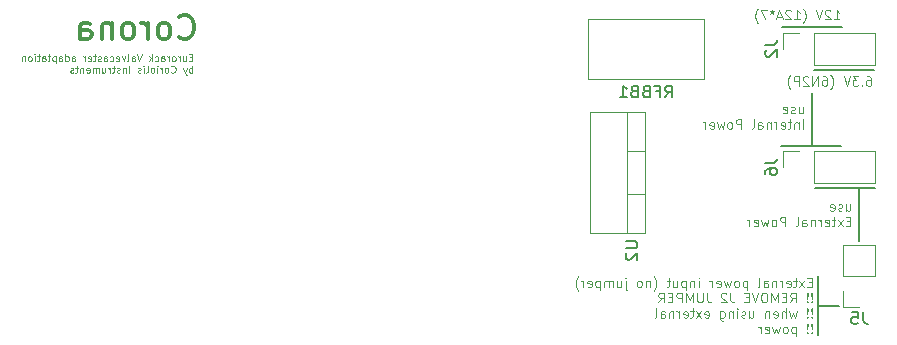
<source format=gbo>
G04 #@! TF.GenerationSoftware,KiCad,Pcbnew,(5.0.0)*
G04 #@! TF.CreationDate,2018-12-09T11:47:50+01:00*
G04 #@! TF.ProjectId,Corona_tubeBoard,436F726F6E615F74756265426F617264,1*
G04 #@! TF.SameCoordinates,Original*
G04 #@! TF.FileFunction,Legend,Bot*
G04 #@! TF.FilePolarity,Positive*
%FSLAX46Y46*%
G04 Gerber Fmt 4.6, Leading zero omitted, Abs format (unit mm)*
G04 Created by KiCad (PCBNEW (5.0.0)) date 12/09/18 11:47:50*
%MOMM*%
%LPD*%
G01*
G04 APERTURE LIST*
%ADD10C,0.200000*%
%ADD11C,0.100000*%
%ADD12C,0.300000*%
%ADD13C,0.120000*%
%ADD14C,0.150000*%
G04 APERTURE END LIST*
D10*
X73500000Y-26500000D02*
X71750000Y-26500000D01*
X71750000Y-29000000D02*
X71750000Y-24000000D01*
D11*
X71244523Y-24492857D02*
X70977857Y-24492857D01*
X70863571Y-24911904D02*
X71244523Y-24911904D01*
X71244523Y-24111904D01*
X70863571Y-24111904D01*
X70596904Y-24911904D02*
X70177857Y-24378571D01*
X70596904Y-24378571D02*
X70177857Y-24911904D01*
X69987380Y-24378571D02*
X69682619Y-24378571D01*
X69873095Y-24111904D02*
X69873095Y-24797619D01*
X69835000Y-24873809D01*
X69758809Y-24911904D01*
X69682619Y-24911904D01*
X69111190Y-24873809D02*
X69187380Y-24911904D01*
X69339761Y-24911904D01*
X69415952Y-24873809D01*
X69454047Y-24797619D01*
X69454047Y-24492857D01*
X69415952Y-24416666D01*
X69339761Y-24378571D01*
X69187380Y-24378571D01*
X69111190Y-24416666D01*
X69073095Y-24492857D01*
X69073095Y-24569047D01*
X69454047Y-24645238D01*
X68730238Y-24911904D02*
X68730238Y-24378571D01*
X68730238Y-24530952D02*
X68692142Y-24454761D01*
X68654047Y-24416666D01*
X68577857Y-24378571D01*
X68501666Y-24378571D01*
X68235000Y-24378571D02*
X68235000Y-24911904D01*
X68235000Y-24454761D02*
X68196904Y-24416666D01*
X68120714Y-24378571D01*
X68006428Y-24378571D01*
X67930238Y-24416666D01*
X67892142Y-24492857D01*
X67892142Y-24911904D01*
X67168333Y-24911904D02*
X67168333Y-24492857D01*
X67206428Y-24416666D01*
X67282619Y-24378571D01*
X67435000Y-24378571D01*
X67511190Y-24416666D01*
X67168333Y-24873809D02*
X67244523Y-24911904D01*
X67435000Y-24911904D01*
X67511190Y-24873809D01*
X67549285Y-24797619D01*
X67549285Y-24721428D01*
X67511190Y-24645238D01*
X67435000Y-24607142D01*
X67244523Y-24607142D01*
X67168333Y-24569047D01*
X66673095Y-24911904D02*
X66749285Y-24873809D01*
X66787380Y-24797619D01*
X66787380Y-24111904D01*
X65758809Y-24378571D02*
X65758809Y-25178571D01*
X65758809Y-24416666D02*
X65682619Y-24378571D01*
X65530238Y-24378571D01*
X65454047Y-24416666D01*
X65415952Y-24454761D01*
X65377857Y-24530952D01*
X65377857Y-24759523D01*
X65415952Y-24835714D01*
X65454047Y-24873809D01*
X65530238Y-24911904D01*
X65682619Y-24911904D01*
X65758809Y-24873809D01*
X64920714Y-24911904D02*
X64996904Y-24873809D01*
X65034999Y-24835714D01*
X65073095Y-24759523D01*
X65073095Y-24530952D01*
X65034999Y-24454761D01*
X64996904Y-24416666D01*
X64920714Y-24378571D01*
X64806428Y-24378571D01*
X64730238Y-24416666D01*
X64692142Y-24454761D01*
X64654047Y-24530952D01*
X64654047Y-24759523D01*
X64692142Y-24835714D01*
X64730238Y-24873809D01*
X64806428Y-24911904D01*
X64920714Y-24911904D01*
X64387380Y-24378571D02*
X64234999Y-24911904D01*
X64082619Y-24530952D01*
X63930238Y-24911904D01*
X63777857Y-24378571D01*
X63168333Y-24873809D02*
X63244523Y-24911904D01*
X63396904Y-24911904D01*
X63473095Y-24873809D01*
X63511190Y-24797619D01*
X63511190Y-24492857D01*
X63473095Y-24416666D01*
X63396904Y-24378571D01*
X63244523Y-24378571D01*
X63168333Y-24416666D01*
X63130238Y-24492857D01*
X63130238Y-24569047D01*
X63511190Y-24645238D01*
X62787380Y-24911904D02*
X62787380Y-24378571D01*
X62787380Y-24530952D02*
X62749285Y-24454761D01*
X62711190Y-24416666D01*
X62634999Y-24378571D01*
X62558809Y-24378571D01*
X61682619Y-24911904D02*
X61682619Y-24378571D01*
X61682619Y-24111904D02*
X61720714Y-24150000D01*
X61682619Y-24188095D01*
X61644523Y-24150000D01*
X61682619Y-24111904D01*
X61682619Y-24188095D01*
X61301666Y-24378571D02*
X61301666Y-24911904D01*
X61301666Y-24454761D02*
X61263571Y-24416666D01*
X61187380Y-24378571D01*
X61073095Y-24378571D01*
X60996904Y-24416666D01*
X60958809Y-24492857D01*
X60958809Y-24911904D01*
X60577857Y-24378571D02*
X60577857Y-25178571D01*
X60577857Y-24416666D02*
X60501666Y-24378571D01*
X60349285Y-24378571D01*
X60273095Y-24416666D01*
X60234999Y-24454761D01*
X60196904Y-24530952D01*
X60196904Y-24759523D01*
X60234999Y-24835714D01*
X60273095Y-24873809D01*
X60349285Y-24911904D01*
X60501666Y-24911904D01*
X60577857Y-24873809D01*
X59511190Y-24378571D02*
X59511190Y-24911904D01*
X59854047Y-24378571D02*
X59854047Y-24797619D01*
X59815952Y-24873809D01*
X59739761Y-24911904D01*
X59625476Y-24911904D01*
X59549285Y-24873809D01*
X59511190Y-24835714D01*
X59244523Y-24378571D02*
X58939761Y-24378571D01*
X59130238Y-24111904D02*
X59130238Y-24797619D01*
X59092142Y-24873809D01*
X59015952Y-24911904D01*
X58939761Y-24911904D01*
X57834999Y-25216666D02*
X57873095Y-25178571D01*
X57949285Y-25064285D01*
X57987380Y-24988095D01*
X58025476Y-24873809D01*
X58063571Y-24683333D01*
X58063571Y-24530952D01*
X58025476Y-24340476D01*
X57987380Y-24226190D01*
X57949285Y-24150000D01*
X57873095Y-24035714D01*
X57834999Y-23997619D01*
X57530238Y-24378571D02*
X57530238Y-24911904D01*
X57530238Y-24454761D02*
X57492142Y-24416666D01*
X57415952Y-24378571D01*
X57301666Y-24378571D01*
X57225476Y-24416666D01*
X57187380Y-24492857D01*
X57187380Y-24911904D01*
X56692142Y-24911904D02*
X56768333Y-24873809D01*
X56806428Y-24835714D01*
X56844523Y-24759523D01*
X56844523Y-24530952D01*
X56806428Y-24454761D01*
X56768333Y-24416666D01*
X56692142Y-24378571D01*
X56577857Y-24378571D01*
X56501666Y-24416666D01*
X56463571Y-24454761D01*
X56425476Y-24530952D01*
X56425476Y-24759523D01*
X56463571Y-24835714D01*
X56501666Y-24873809D01*
X56577857Y-24911904D01*
X56692142Y-24911904D01*
X55473095Y-24378571D02*
X55473095Y-25064285D01*
X55511190Y-25140476D01*
X55587380Y-25178571D01*
X55625476Y-25178571D01*
X55473095Y-24111904D02*
X55511190Y-24150000D01*
X55473095Y-24188095D01*
X55434999Y-24150000D01*
X55473095Y-24111904D01*
X55473095Y-24188095D01*
X54749285Y-24378571D02*
X54749285Y-24911904D01*
X55092142Y-24378571D02*
X55092142Y-24797619D01*
X55054047Y-24873809D01*
X54977857Y-24911904D01*
X54863571Y-24911904D01*
X54787380Y-24873809D01*
X54749285Y-24835714D01*
X54368333Y-24911904D02*
X54368333Y-24378571D01*
X54368333Y-24454761D02*
X54330238Y-24416666D01*
X54254047Y-24378571D01*
X54139761Y-24378571D01*
X54063571Y-24416666D01*
X54025476Y-24492857D01*
X54025476Y-24911904D01*
X54025476Y-24492857D02*
X53987380Y-24416666D01*
X53911190Y-24378571D01*
X53796904Y-24378571D01*
X53720714Y-24416666D01*
X53682619Y-24492857D01*
X53682619Y-24911904D01*
X53301666Y-24378571D02*
X53301666Y-25178571D01*
X53301666Y-24416666D02*
X53225476Y-24378571D01*
X53073095Y-24378571D01*
X52996904Y-24416666D01*
X52958809Y-24454761D01*
X52920714Y-24530952D01*
X52920714Y-24759523D01*
X52958809Y-24835714D01*
X52996904Y-24873809D01*
X53073095Y-24911904D01*
X53225476Y-24911904D01*
X53301666Y-24873809D01*
X52273095Y-24873809D02*
X52349285Y-24911904D01*
X52501666Y-24911904D01*
X52577857Y-24873809D01*
X52615952Y-24797619D01*
X52615952Y-24492857D01*
X52577857Y-24416666D01*
X52501666Y-24378571D01*
X52349285Y-24378571D01*
X52273095Y-24416666D01*
X52234999Y-24492857D01*
X52234999Y-24569047D01*
X52615952Y-24645238D01*
X51892142Y-24911904D02*
X51892142Y-24378571D01*
X51892142Y-24530952D02*
X51854047Y-24454761D01*
X51815952Y-24416666D01*
X51739761Y-24378571D01*
X51663571Y-24378571D01*
X51473095Y-25216666D02*
X51434999Y-25178571D01*
X51358809Y-25064285D01*
X51320714Y-24988095D01*
X51282619Y-24873809D01*
X51244523Y-24683333D01*
X51244523Y-24530952D01*
X51282619Y-24340476D01*
X51320714Y-24226190D01*
X51358809Y-24150000D01*
X51434999Y-24035714D01*
X51473095Y-23997619D01*
X71244523Y-26135714D02*
X71206428Y-26173809D01*
X71244523Y-26211904D01*
X71282619Y-26173809D01*
X71244523Y-26135714D01*
X71244523Y-26211904D01*
X71244523Y-25907142D02*
X71282619Y-25450000D01*
X71244523Y-25411904D01*
X71206428Y-25450000D01*
X71244523Y-25907142D01*
X71244523Y-25411904D01*
X70863571Y-26135714D02*
X70825476Y-26173809D01*
X70863571Y-26211904D01*
X70901666Y-26173809D01*
X70863571Y-26135714D01*
X70863571Y-26211904D01*
X70863571Y-25907142D02*
X70901666Y-25450000D01*
X70863571Y-25411904D01*
X70825476Y-25450000D01*
X70863571Y-25907142D01*
X70863571Y-25411904D01*
X69415952Y-26211904D02*
X69682619Y-25830952D01*
X69873095Y-26211904D02*
X69873095Y-25411904D01*
X69568333Y-25411904D01*
X69492142Y-25450000D01*
X69454047Y-25488095D01*
X69415952Y-25564285D01*
X69415952Y-25678571D01*
X69454047Y-25754761D01*
X69492142Y-25792857D01*
X69568333Y-25830952D01*
X69873095Y-25830952D01*
X69073095Y-25792857D02*
X68806428Y-25792857D01*
X68692142Y-26211904D02*
X69073095Y-26211904D01*
X69073095Y-25411904D01*
X68692142Y-25411904D01*
X68349285Y-26211904D02*
X68349285Y-25411904D01*
X68082619Y-25983333D01*
X67815952Y-25411904D01*
X67815952Y-26211904D01*
X67282619Y-25411904D02*
X67130238Y-25411904D01*
X67054047Y-25450000D01*
X66977857Y-25526190D01*
X66939761Y-25678571D01*
X66939761Y-25945238D01*
X66977857Y-26097619D01*
X67054047Y-26173809D01*
X67130238Y-26211904D01*
X67282619Y-26211904D01*
X67358809Y-26173809D01*
X67435000Y-26097619D01*
X67473095Y-25945238D01*
X67473095Y-25678571D01*
X67435000Y-25526190D01*
X67358809Y-25450000D01*
X67282619Y-25411904D01*
X66711190Y-25411904D02*
X66444523Y-26211904D01*
X66177857Y-25411904D01*
X65911190Y-25792857D02*
X65644523Y-25792857D01*
X65530238Y-26211904D02*
X65911190Y-26211904D01*
X65911190Y-25411904D01*
X65530238Y-25411904D01*
X64349285Y-25411904D02*
X64349285Y-25983333D01*
X64387380Y-26097619D01*
X64463571Y-26173809D01*
X64577857Y-26211904D01*
X64654047Y-26211904D01*
X64006428Y-25488095D02*
X63968333Y-25450000D01*
X63892142Y-25411904D01*
X63701666Y-25411904D01*
X63625476Y-25450000D01*
X63587380Y-25488095D01*
X63549285Y-25564285D01*
X63549285Y-25640476D01*
X63587380Y-25754761D01*
X64044523Y-26211904D01*
X63549285Y-26211904D01*
X62368333Y-25411904D02*
X62368333Y-25983333D01*
X62406428Y-26097619D01*
X62482619Y-26173809D01*
X62596904Y-26211904D01*
X62673095Y-26211904D01*
X61987380Y-25411904D02*
X61987380Y-26059523D01*
X61949285Y-26135714D01*
X61911190Y-26173809D01*
X61835000Y-26211904D01*
X61682619Y-26211904D01*
X61606428Y-26173809D01*
X61568333Y-26135714D01*
X61530238Y-26059523D01*
X61530238Y-25411904D01*
X61149285Y-26211904D02*
X61149285Y-25411904D01*
X60882619Y-25983333D01*
X60615952Y-25411904D01*
X60615952Y-26211904D01*
X60235000Y-26211904D02*
X60235000Y-25411904D01*
X59930238Y-25411904D01*
X59854047Y-25450000D01*
X59815952Y-25488095D01*
X59777857Y-25564285D01*
X59777857Y-25678571D01*
X59815952Y-25754761D01*
X59854047Y-25792857D01*
X59930238Y-25830952D01*
X60235000Y-25830952D01*
X59435000Y-25792857D02*
X59168333Y-25792857D01*
X59054047Y-26211904D02*
X59435000Y-26211904D01*
X59435000Y-25411904D01*
X59054047Y-25411904D01*
X58254047Y-26211904D02*
X58520714Y-25830952D01*
X58711190Y-26211904D02*
X58711190Y-25411904D01*
X58406428Y-25411904D01*
X58330238Y-25450000D01*
X58292142Y-25488095D01*
X58254047Y-25564285D01*
X58254047Y-25678571D01*
X58292142Y-25754761D01*
X58330238Y-25792857D01*
X58406428Y-25830952D01*
X58711190Y-25830952D01*
X71244523Y-27435714D02*
X71206428Y-27473809D01*
X71244523Y-27511904D01*
X71282619Y-27473809D01*
X71244523Y-27435714D01*
X71244523Y-27511904D01*
X71244523Y-27207142D02*
X71282619Y-26750000D01*
X71244523Y-26711904D01*
X71206428Y-26750000D01*
X71244523Y-27207142D01*
X71244523Y-26711904D01*
X70863571Y-27435714D02*
X70825476Y-27473809D01*
X70863571Y-27511904D01*
X70901666Y-27473809D01*
X70863571Y-27435714D01*
X70863571Y-27511904D01*
X70863571Y-27207142D02*
X70901666Y-26750000D01*
X70863571Y-26711904D01*
X70825476Y-26750000D01*
X70863571Y-27207142D01*
X70863571Y-26711904D01*
X69949285Y-26978571D02*
X69796904Y-27511904D01*
X69644523Y-27130952D01*
X69492142Y-27511904D01*
X69339761Y-26978571D01*
X69035000Y-27511904D02*
X69035000Y-26711904D01*
X68692142Y-27511904D02*
X68692142Y-27092857D01*
X68730238Y-27016666D01*
X68806428Y-26978571D01*
X68920714Y-26978571D01*
X68996904Y-27016666D01*
X69035000Y-27054761D01*
X68006428Y-27473809D02*
X68082619Y-27511904D01*
X68235000Y-27511904D01*
X68311190Y-27473809D01*
X68349285Y-27397619D01*
X68349285Y-27092857D01*
X68311190Y-27016666D01*
X68235000Y-26978571D01*
X68082619Y-26978571D01*
X68006428Y-27016666D01*
X67968333Y-27092857D01*
X67968333Y-27169047D01*
X68349285Y-27245238D01*
X67625476Y-26978571D02*
X67625476Y-27511904D01*
X67625476Y-27054761D02*
X67587380Y-27016666D01*
X67511190Y-26978571D01*
X67396904Y-26978571D01*
X67320714Y-27016666D01*
X67282619Y-27092857D01*
X67282619Y-27511904D01*
X65949285Y-26978571D02*
X65949285Y-27511904D01*
X66292142Y-26978571D02*
X66292142Y-27397619D01*
X66254047Y-27473809D01*
X66177857Y-27511904D01*
X66063571Y-27511904D01*
X65987380Y-27473809D01*
X65949285Y-27435714D01*
X65606428Y-27473809D02*
X65530238Y-27511904D01*
X65377857Y-27511904D01*
X65301666Y-27473809D01*
X65263571Y-27397619D01*
X65263571Y-27359523D01*
X65301666Y-27283333D01*
X65377857Y-27245238D01*
X65492142Y-27245238D01*
X65568333Y-27207142D01*
X65606428Y-27130952D01*
X65606428Y-27092857D01*
X65568333Y-27016666D01*
X65492142Y-26978571D01*
X65377857Y-26978571D01*
X65301666Y-27016666D01*
X64920714Y-27511904D02*
X64920714Y-26978571D01*
X64920714Y-26711904D02*
X64958809Y-26750000D01*
X64920714Y-26788095D01*
X64882619Y-26750000D01*
X64920714Y-26711904D01*
X64920714Y-26788095D01*
X64539761Y-26978571D02*
X64539761Y-27511904D01*
X64539761Y-27054761D02*
X64501666Y-27016666D01*
X64425476Y-26978571D01*
X64311190Y-26978571D01*
X64235000Y-27016666D01*
X64196904Y-27092857D01*
X64196904Y-27511904D01*
X63473095Y-26978571D02*
X63473095Y-27626190D01*
X63511190Y-27702380D01*
X63549285Y-27740476D01*
X63625476Y-27778571D01*
X63739761Y-27778571D01*
X63815952Y-27740476D01*
X63473095Y-27473809D02*
X63549285Y-27511904D01*
X63701666Y-27511904D01*
X63777857Y-27473809D01*
X63815952Y-27435714D01*
X63854047Y-27359523D01*
X63854047Y-27130952D01*
X63815952Y-27054761D01*
X63777857Y-27016666D01*
X63701666Y-26978571D01*
X63549285Y-26978571D01*
X63473095Y-27016666D01*
X62177857Y-27473809D02*
X62254047Y-27511904D01*
X62406428Y-27511904D01*
X62482619Y-27473809D01*
X62520714Y-27397619D01*
X62520714Y-27092857D01*
X62482619Y-27016666D01*
X62406428Y-26978571D01*
X62254047Y-26978571D01*
X62177857Y-27016666D01*
X62139761Y-27092857D01*
X62139761Y-27169047D01*
X62520714Y-27245238D01*
X61873095Y-27511904D02*
X61454047Y-26978571D01*
X61873095Y-26978571D02*
X61454047Y-27511904D01*
X61263571Y-26978571D02*
X60958809Y-26978571D01*
X61149285Y-26711904D02*
X61149285Y-27397619D01*
X61111190Y-27473809D01*
X61035000Y-27511904D01*
X60958809Y-27511904D01*
X60387380Y-27473809D02*
X60463571Y-27511904D01*
X60615952Y-27511904D01*
X60692142Y-27473809D01*
X60730238Y-27397619D01*
X60730238Y-27092857D01*
X60692142Y-27016666D01*
X60615952Y-26978571D01*
X60463571Y-26978571D01*
X60387380Y-27016666D01*
X60349285Y-27092857D01*
X60349285Y-27169047D01*
X60730238Y-27245238D01*
X60006428Y-27511904D02*
X60006428Y-26978571D01*
X60006428Y-27130952D02*
X59968333Y-27054761D01*
X59930238Y-27016666D01*
X59854047Y-26978571D01*
X59777857Y-26978571D01*
X59511190Y-26978571D02*
X59511190Y-27511904D01*
X59511190Y-27054761D02*
X59473095Y-27016666D01*
X59396904Y-26978571D01*
X59282619Y-26978571D01*
X59206428Y-27016666D01*
X59168333Y-27092857D01*
X59168333Y-27511904D01*
X58444523Y-27511904D02*
X58444523Y-27092857D01*
X58482619Y-27016666D01*
X58558809Y-26978571D01*
X58711190Y-26978571D01*
X58787380Y-27016666D01*
X58444523Y-27473809D02*
X58520714Y-27511904D01*
X58711190Y-27511904D01*
X58787380Y-27473809D01*
X58825476Y-27397619D01*
X58825476Y-27321428D01*
X58787380Y-27245238D01*
X58711190Y-27207142D01*
X58520714Y-27207142D01*
X58444523Y-27169047D01*
X57949285Y-27511904D02*
X58025476Y-27473809D01*
X58063571Y-27397619D01*
X58063571Y-26711904D01*
X71244523Y-28735714D02*
X71206428Y-28773809D01*
X71244523Y-28811904D01*
X71282619Y-28773809D01*
X71244523Y-28735714D01*
X71244523Y-28811904D01*
X71244523Y-28507142D02*
X71282619Y-28050000D01*
X71244523Y-28011904D01*
X71206428Y-28050000D01*
X71244523Y-28507142D01*
X71244523Y-28011904D01*
X70863571Y-28735714D02*
X70825476Y-28773809D01*
X70863571Y-28811904D01*
X70901666Y-28773809D01*
X70863571Y-28735714D01*
X70863571Y-28811904D01*
X70863571Y-28507142D02*
X70901666Y-28050000D01*
X70863571Y-28011904D01*
X70825476Y-28050000D01*
X70863571Y-28507142D01*
X70863571Y-28011904D01*
X69873095Y-28278571D02*
X69873095Y-29078571D01*
X69873095Y-28316666D02*
X69796904Y-28278571D01*
X69644523Y-28278571D01*
X69568333Y-28316666D01*
X69530238Y-28354761D01*
X69492142Y-28430952D01*
X69492142Y-28659523D01*
X69530238Y-28735714D01*
X69568333Y-28773809D01*
X69644523Y-28811904D01*
X69796904Y-28811904D01*
X69873095Y-28773809D01*
X69035000Y-28811904D02*
X69111190Y-28773809D01*
X69149285Y-28735714D01*
X69187380Y-28659523D01*
X69187380Y-28430952D01*
X69149285Y-28354761D01*
X69111190Y-28316666D01*
X69035000Y-28278571D01*
X68920714Y-28278571D01*
X68844523Y-28316666D01*
X68806428Y-28354761D01*
X68768333Y-28430952D01*
X68768333Y-28659523D01*
X68806428Y-28735714D01*
X68844523Y-28773809D01*
X68920714Y-28811904D01*
X69035000Y-28811904D01*
X68501666Y-28278571D02*
X68349285Y-28811904D01*
X68196904Y-28430952D01*
X68044523Y-28811904D01*
X67892142Y-28278571D01*
X67282619Y-28773809D02*
X67358809Y-28811904D01*
X67511190Y-28811904D01*
X67587380Y-28773809D01*
X67625476Y-28697619D01*
X67625476Y-28392857D01*
X67587380Y-28316666D01*
X67511190Y-28278571D01*
X67358809Y-28278571D01*
X67282619Y-28316666D01*
X67244523Y-28392857D01*
X67244523Y-28469047D01*
X67625476Y-28545238D01*
X66901666Y-28811904D02*
X66901666Y-28278571D01*
X66901666Y-28430952D02*
X66863571Y-28354761D01*
X66825476Y-28316666D01*
X66749285Y-28278571D01*
X66673095Y-28278571D01*
D10*
X75250000Y-21000000D02*
X75250000Y-16500000D01*
D11*
X74151666Y-17928571D02*
X74151666Y-18461904D01*
X74494523Y-17928571D02*
X74494523Y-18347619D01*
X74456428Y-18423809D01*
X74380238Y-18461904D01*
X74265952Y-18461904D01*
X74189761Y-18423809D01*
X74151666Y-18385714D01*
X73808809Y-18423809D02*
X73732619Y-18461904D01*
X73580238Y-18461904D01*
X73504047Y-18423809D01*
X73465952Y-18347619D01*
X73465952Y-18309523D01*
X73504047Y-18233333D01*
X73580238Y-18195238D01*
X73694523Y-18195238D01*
X73770714Y-18157142D01*
X73808809Y-18080952D01*
X73808809Y-18042857D01*
X73770714Y-17966666D01*
X73694523Y-17928571D01*
X73580238Y-17928571D01*
X73504047Y-17966666D01*
X72818333Y-18423809D02*
X72894523Y-18461904D01*
X73046904Y-18461904D01*
X73123095Y-18423809D01*
X73161190Y-18347619D01*
X73161190Y-18042857D01*
X73123095Y-17966666D01*
X73046904Y-17928571D01*
X72894523Y-17928571D01*
X72818333Y-17966666D01*
X72780238Y-18042857D01*
X72780238Y-18119047D01*
X73161190Y-18195238D01*
X74494523Y-19342857D02*
X74227857Y-19342857D01*
X74113571Y-19761904D02*
X74494523Y-19761904D01*
X74494523Y-18961904D01*
X74113571Y-18961904D01*
X73846904Y-19761904D02*
X73427857Y-19228571D01*
X73846904Y-19228571D02*
X73427857Y-19761904D01*
X73237380Y-19228571D02*
X72932619Y-19228571D01*
X73123095Y-18961904D02*
X73123095Y-19647619D01*
X73085000Y-19723809D01*
X73008809Y-19761904D01*
X72932619Y-19761904D01*
X72361190Y-19723809D02*
X72437380Y-19761904D01*
X72589761Y-19761904D01*
X72665952Y-19723809D01*
X72704047Y-19647619D01*
X72704047Y-19342857D01*
X72665952Y-19266666D01*
X72589761Y-19228571D01*
X72437380Y-19228571D01*
X72361190Y-19266666D01*
X72323095Y-19342857D01*
X72323095Y-19419047D01*
X72704047Y-19495238D01*
X71980238Y-19761904D02*
X71980238Y-19228571D01*
X71980238Y-19380952D02*
X71942142Y-19304761D01*
X71904047Y-19266666D01*
X71827857Y-19228571D01*
X71751666Y-19228571D01*
X71485000Y-19228571D02*
X71485000Y-19761904D01*
X71485000Y-19304761D02*
X71446904Y-19266666D01*
X71370714Y-19228571D01*
X71256428Y-19228571D01*
X71180238Y-19266666D01*
X71142142Y-19342857D01*
X71142142Y-19761904D01*
X70418333Y-19761904D02*
X70418333Y-19342857D01*
X70456428Y-19266666D01*
X70532619Y-19228571D01*
X70685000Y-19228571D01*
X70761190Y-19266666D01*
X70418333Y-19723809D02*
X70494523Y-19761904D01*
X70685000Y-19761904D01*
X70761190Y-19723809D01*
X70799285Y-19647619D01*
X70799285Y-19571428D01*
X70761190Y-19495238D01*
X70685000Y-19457142D01*
X70494523Y-19457142D01*
X70418333Y-19419047D01*
X69923095Y-19761904D02*
X69999285Y-19723809D01*
X70037380Y-19647619D01*
X70037380Y-18961904D01*
X69008809Y-19761904D02*
X69008809Y-18961904D01*
X68704047Y-18961904D01*
X68627857Y-19000000D01*
X68589761Y-19038095D01*
X68551666Y-19114285D01*
X68551666Y-19228571D01*
X68589761Y-19304761D01*
X68627857Y-19342857D01*
X68704047Y-19380952D01*
X69008809Y-19380952D01*
X68094523Y-19761904D02*
X68170714Y-19723809D01*
X68208809Y-19685714D01*
X68246904Y-19609523D01*
X68246904Y-19380952D01*
X68208809Y-19304761D01*
X68170714Y-19266666D01*
X68094523Y-19228571D01*
X67980238Y-19228571D01*
X67904047Y-19266666D01*
X67865952Y-19304761D01*
X67827857Y-19380952D01*
X67827857Y-19609523D01*
X67865952Y-19685714D01*
X67904047Y-19723809D01*
X67980238Y-19761904D01*
X68094523Y-19761904D01*
X67561190Y-19228571D02*
X67408809Y-19761904D01*
X67256428Y-19380952D01*
X67104047Y-19761904D01*
X66951666Y-19228571D01*
X66342142Y-19723809D02*
X66418333Y-19761904D01*
X66570714Y-19761904D01*
X66646904Y-19723809D01*
X66685000Y-19647619D01*
X66685000Y-19342857D01*
X66646904Y-19266666D01*
X66570714Y-19228571D01*
X66418333Y-19228571D01*
X66342142Y-19266666D01*
X66304047Y-19342857D01*
X66304047Y-19419047D01*
X66685000Y-19495238D01*
X65961190Y-19761904D02*
X65961190Y-19228571D01*
X65961190Y-19380952D02*
X65923095Y-19304761D01*
X65885000Y-19266666D01*
X65808809Y-19228571D01*
X65732619Y-19228571D01*
X70151666Y-9678571D02*
X70151666Y-10211904D01*
X70494523Y-9678571D02*
X70494523Y-10097619D01*
X70456428Y-10173809D01*
X70380238Y-10211904D01*
X70265952Y-10211904D01*
X70189761Y-10173809D01*
X70151666Y-10135714D01*
X69808809Y-10173809D02*
X69732619Y-10211904D01*
X69580238Y-10211904D01*
X69504047Y-10173809D01*
X69465952Y-10097619D01*
X69465952Y-10059523D01*
X69504047Y-9983333D01*
X69580238Y-9945238D01*
X69694523Y-9945238D01*
X69770714Y-9907142D01*
X69808809Y-9830952D01*
X69808809Y-9792857D01*
X69770714Y-9716666D01*
X69694523Y-9678571D01*
X69580238Y-9678571D01*
X69504047Y-9716666D01*
X68818333Y-10173809D02*
X68894523Y-10211904D01*
X69046904Y-10211904D01*
X69123095Y-10173809D01*
X69161190Y-10097619D01*
X69161190Y-9792857D01*
X69123095Y-9716666D01*
X69046904Y-9678571D01*
X68894523Y-9678571D01*
X68818333Y-9716666D01*
X68780238Y-9792857D01*
X68780238Y-9869047D01*
X69161190Y-9945238D01*
X70494523Y-11511904D02*
X70494523Y-10711904D01*
X70113571Y-10978571D02*
X70113571Y-11511904D01*
X70113571Y-11054761D02*
X70075476Y-11016666D01*
X69999285Y-10978571D01*
X69885000Y-10978571D01*
X69808809Y-11016666D01*
X69770714Y-11092857D01*
X69770714Y-11511904D01*
X69504047Y-10978571D02*
X69199285Y-10978571D01*
X69389761Y-10711904D02*
X69389761Y-11397619D01*
X69351666Y-11473809D01*
X69275476Y-11511904D01*
X69199285Y-11511904D01*
X68627857Y-11473809D02*
X68704047Y-11511904D01*
X68856428Y-11511904D01*
X68932619Y-11473809D01*
X68970714Y-11397619D01*
X68970714Y-11092857D01*
X68932619Y-11016666D01*
X68856428Y-10978571D01*
X68704047Y-10978571D01*
X68627857Y-11016666D01*
X68589761Y-11092857D01*
X68589761Y-11169047D01*
X68970714Y-11245238D01*
X68246904Y-11511904D02*
X68246904Y-10978571D01*
X68246904Y-11130952D02*
X68208809Y-11054761D01*
X68170714Y-11016666D01*
X68094523Y-10978571D01*
X68018333Y-10978571D01*
X67751666Y-10978571D02*
X67751666Y-11511904D01*
X67751666Y-11054761D02*
X67713571Y-11016666D01*
X67637380Y-10978571D01*
X67523095Y-10978571D01*
X67446904Y-11016666D01*
X67408809Y-11092857D01*
X67408809Y-11511904D01*
X66685000Y-11511904D02*
X66685000Y-11092857D01*
X66723095Y-11016666D01*
X66799285Y-10978571D01*
X66951666Y-10978571D01*
X67027857Y-11016666D01*
X66685000Y-11473809D02*
X66761190Y-11511904D01*
X66951666Y-11511904D01*
X67027857Y-11473809D01*
X67065952Y-11397619D01*
X67065952Y-11321428D01*
X67027857Y-11245238D01*
X66951666Y-11207142D01*
X66761190Y-11207142D01*
X66685000Y-11169047D01*
X66189761Y-11511904D02*
X66265952Y-11473809D01*
X66304047Y-11397619D01*
X66304047Y-10711904D01*
X65275476Y-11511904D02*
X65275476Y-10711904D01*
X64970714Y-10711904D01*
X64894523Y-10750000D01*
X64856428Y-10788095D01*
X64818333Y-10864285D01*
X64818333Y-10978571D01*
X64856428Y-11054761D01*
X64894523Y-11092857D01*
X64970714Y-11130952D01*
X65275476Y-11130952D01*
X64361190Y-11511904D02*
X64437380Y-11473809D01*
X64475476Y-11435714D01*
X64513571Y-11359523D01*
X64513571Y-11130952D01*
X64475476Y-11054761D01*
X64437380Y-11016666D01*
X64361190Y-10978571D01*
X64246904Y-10978571D01*
X64170714Y-11016666D01*
X64132619Y-11054761D01*
X64094523Y-11130952D01*
X64094523Y-11359523D01*
X64132619Y-11435714D01*
X64170714Y-11473809D01*
X64246904Y-11511904D01*
X64361190Y-11511904D01*
X63827857Y-10978571D02*
X63675476Y-11511904D01*
X63523095Y-11130952D01*
X63370714Y-11511904D01*
X63218333Y-10978571D01*
X62608809Y-11473809D02*
X62685000Y-11511904D01*
X62837380Y-11511904D01*
X62913571Y-11473809D01*
X62951666Y-11397619D01*
X62951666Y-11092857D01*
X62913571Y-11016666D01*
X62837380Y-10978571D01*
X62685000Y-10978571D01*
X62608809Y-11016666D01*
X62570714Y-11092857D01*
X62570714Y-11169047D01*
X62951666Y-11245238D01*
X62227857Y-11511904D02*
X62227857Y-10978571D01*
X62227857Y-11130952D02*
X62189761Y-11054761D01*
X62151666Y-11016666D01*
X62075476Y-10978571D01*
X61999285Y-10978571D01*
D10*
X71250000Y-13000000D02*
X71250000Y-8500000D01*
X71500000Y-16500000D02*
X76580000Y-16500000D01*
X68670000Y-13000000D02*
X73750000Y-13000000D01*
D11*
X18792142Y-5457142D02*
X18592142Y-5457142D01*
X18506428Y-5771428D02*
X18792142Y-5771428D01*
X18792142Y-5171428D01*
X18506428Y-5171428D01*
X17992142Y-5371428D02*
X17992142Y-5771428D01*
X18249285Y-5371428D02*
X18249285Y-5685714D01*
X18220714Y-5742857D01*
X18163571Y-5771428D01*
X18077857Y-5771428D01*
X18020714Y-5742857D01*
X17992142Y-5714285D01*
X17706428Y-5771428D02*
X17706428Y-5371428D01*
X17706428Y-5485714D02*
X17677857Y-5428571D01*
X17649285Y-5400000D01*
X17592142Y-5371428D01*
X17535000Y-5371428D01*
X17249285Y-5771428D02*
X17306428Y-5742857D01*
X17335000Y-5714285D01*
X17363571Y-5657142D01*
X17363571Y-5485714D01*
X17335000Y-5428571D01*
X17306428Y-5400000D01*
X17249285Y-5371428D01*
X17163571Y-5371428D01*
X17106428Y-5400000D01*
X17077857Y-5428571D01*
X17049285Y-5485714D01*
X17049285Y-5657142D01*
X17077857Y-5714285D01*
X17106428Y-5742857D01*
X17163571Y-5771428D01*
X17249285Y-5771428D01*
X16792142Y-5771428D02*
X16792142Y-5371428D01*
X16792142Y-5485714D02*
X16763571Y-5428571D01*
X16734999Y-5400000D01*
X16677857Y-5371428D01*
X16620714Y-5371428D01*
X16163571Y-5771428D02*
X16163571Y-5457142D01*
X16192142Y-5400000D01*
X16249285Y-5371428D01*
X16363571Y-5371428D01*
X16420714Y-5400000D01*
X16163571Y-5742857D02*
X16220714Y-5771428D01*
X16363571Y-5771428D01*
X16420714Y-5742857D01*
X16449285Y-5685714D01*
X16449285Y-5628571D01*
X16420714Y-5571428D01*
X16363571Y-5542857D01*
X16220714Y-5542857D01*
X16163571Y-5514285D01*
X15620714Y-5742857D02*
X15677857Y-5771428D01*
X15792142Y-5771428D01*
X15849285Y-5742857D01*
X15877857Y-5714285D01*
X15906428Y-5657142D01*
X15906428Y-5485714D01*
X15877857Y-5428571D01*
X15849285Y-5400000D01*
X15792142Y-5371428D01*
X15677857Y-5371428D01*
X15620714Y-5400000D01*
X15363571Y-5771428D02*
X15363571Y-5171428D01*
X15306428Y-5542857D02*
X15134999Y-5771428D01*
X15134999Y-5371428D02*
X15363571Y-5600000D01*
X14506428Y-5171428D02*
X14306428Y-5771428D01*
X14106428Y-5171428D01*
X13649285Y-5771428D02*
X13649285Y-5457142D01*
X13677857Y-5400000D01*
X13734999Y-5371428D01*
X13849285Y-5371428D01*
X13906428Y-5400000D01*
X13649285Y-5742857D02*
X13706428Y-5771428D01*
X13849285Y-5771428D01*
X13906428Y-5742857D01*
X13934999Y-5685714D01*
X13934999Y-5628571D01*
X13906428Y-5571428D01*
X13849285Y-5542857D01*
X13706428Y-5542857D01*
X13649285Y-5514285D01*
X13277857Y-5771428D02*
X13334999Y-5742857D01*
X13363571Y-5685714D01*
X13363571Y-5171428D01*
X13106428Y-5371428D02*
X12963571Y-5771428D01*
X12820714Y-5371428D01*
X12363571Y-5742857D02*
X12420714Y-5771428D01*
X12534999Y-5771428D01*
X12592142Y-5742857D01*
X12620714Y-5685714D01*
X12620714Y-5457142D01*
X12592142Y-5400000D01*
X12534999Y-5371428D01*
X12420714Y-5371428D01*
X12363571Y-5400000D01*
X12334999Y-5457142D01*
X12334999Y-5514285D01*
X12620714Y-5571428D01*
X11820714Y-5742857D02*
X11877857Y-5771428D01*
X11992142Y-5771428D01*
X12049285Y-5742857D01*
X12077857Y-5714285D01*
X12106428Y-5657142D01*
X12106428Y-5485714D01*
X12077857Y-5428571D01*
X12049285Y-5400000D01*
X11992142Y-5371428D01*
X11877857Y-5371428D01*
X11820714Y-5400000D01*
X11306428Y-5771428D02*
X11306428Y-5457142D01*
X11334999Y-5400000D01*
X11392142Y-5371428D01*
X11506428Y-5371428D01*
X11563571Y-5400000D01*
X11306428Y-5742857D02*
X11363571Y-5771428D01*
X11506428Y-5771428D01*
X11563571Y-5742857D01*
X11592142Y-5685714D01*
X11592142Y-5628571D01*
X11563571Y-5571428D01*
X11506428Y-5542857D01*
X11363571Y-5542857D01*
X11306428Y-5514285D01*
X11049285Y-5742857D02*
X10992142Y-5771428D01*
X10877857Y-5771428D01*
X10820714Y-5742857D01*
X10792142Y-5685714D01*
X10792142Y-5657142D01*
X10820714Y-5600000D01*
X10877857Y-5571428D01*
X10963571Y-5571428D01*
X11020714Y-5542857D01*
X11049285Y-5485714D01*
X11049285Y-5457142D01*
X11020714Y-5400000D01*
X10963571Y-5371428D01*
X10877857Y-5371428D01*
X10820714Y-5400000D01*
X10620714Y-5371428D02*
X10392142Y-5371428D01*
X10534999Y-5171428D02*
X10534999Y-5685714D01*
X10506428Y-5742857D01*
X10449285Y-5771428D01*
X10392142Y-5771428D01*
X9963571Y-5742857D02*
X10020714Y-5771428D01*
X10134999Y-5771428D01*
X10192142Y-5742857D01*
X10220714Y-5685714D01*
X10220714Y-5457142D01*
X10192142Y-5400000D01*
X10134999Y-5371428D01*
X10020714Y-5371428D01*
X9963571Y-5400000D01*
X9934999Y-5457142D01*
X9934999Y-5514285D01*
X10220714Y-5571428D01*
X9677857Y-5771428D02*
X9677857Y-5371428D01*
X9677857Y-5485714D02*
X9649285Y-5428571D01*
X9620714Y-5400000D01*
X9563571Y-5371428D01*
X9506428Y-5371428D01*
X8592142Y-5771428D02*
X8592142Y-5457142D01*
X8620714Y-5400000D01*
X8677857Y-5371428D01*
X8792142Y-5371428D01*
X8849285Y-5400000D01*
X8592142Y-5742857D02*
X8649285Y-5771428D01*
X8792142Y-5771428D01*
X8849285Y-5742857D01*
X8877857Y-5685714D01*
X8877857Y-5628571D01*
X8849285Y-5571428D01*
X8792142Y-5542857D01*
X8649285Y-5542857D01*
X8592142Y-5514285D01*
X8049285Y-5771428D02*
X8049285Y-5171428D01*
X8049285Y-5742857D02*
X8106428Y-5771428D01*
X8220714Y-5771428D01*
X8277857Y-5742857D01*
X8306428Y-5714285D01*
X8334999Y-5657142D01*
X8334999Y-5485714D01*
X8306428Y-5428571D01*
X8277857Y-5400000D01*
X8220714Y-5371428D01*
X8106428Y-5371428D01*
X8049285Y-5400000D01*
X7506428Y-5771428D02*
X7506428Y-5457142D01*
X7534999Y-5400000D01*
X7592142Y-5371428D01*
X7706428Y-5371428D01*
X7763571Y-5400000D01*
X7506428Y-5742857D02*
X7563571Y-5771428D01*
X7706428Y-5771428D01*
X7763571Y-5742857D01*
X7792142Y-5685714D01*
X7792142Y-5628571D01*
X7763571Y-5571428D01*
X7706428Y-5542857D01*
X7563571Y-5542857D01*
X7506428Y-5514285D01*
X7220714Y-5371428D02*
X7220714Y-5971428D01*
X7220714Y-5400000D02*
X7163571Y-5371428D01*
X7049285Y-5371428D01*
X6992142Y-5400000D01*
X6963571Y-5428571D01*
X6934999Y-5485714D01*
X6934999Y-5657142D01*
X6963571Y-5714285D01*
X6992142Y-5742857D01*
X7049285Y-5771428D01*
X7163571Y-5771428D01*
X7220714Y-5742857D01*
X6763571Y-5371428D02*
X6534999Y-5371428D01*
X6677857Y-5171428D02*
X6677857Y-5685714D01*
X6649285Y-5742857D01*
X6592142Y-5771428D01*
X6534999Y-5771428D01*
X6077857Y-5771428D02*
X6077857Y-5457142D01*
X6106428Y-5400000D01*
X6163571Y-5371428D01*
X6277857Y-5371428D01*
X6334999Y-5400000D01*
X6077857Y-5742857D02*
X6134999Y-5771428D01*
X6277857Y-5771428D01*
X6334999Y-5742857D01*
X6363571Y-5685714D01*
X6363571Y-5628571D01*
X6334999Y-5571428D01*
X6277857Y-5542857D01*
X6134999Y-5542857D01*
X6077857Y-5514285D01*
X5877857Y-5371428D02*
X5649285Y-5371428D01*
X5792142Y-5171428D02*
X5792142Y-5685714D01*
X5763571Y-5742857D01*
X5706428Y-5771428D01*
X5649285Y-5771428D01*
X5449285Y-5771428D02*
X5449285Y-5371428D01*
X5449285Y-5171428D02*
X5477857Y-5200000D01*
X5449285Y-5228571D01*
X5420714Y-5200000D01*
X5449285Y-5171428D01*
X5449285Y-5228571D01*
X5077857Y-5771428D02*
X5134999Y-5742857D01*
X5163571Y-5714285D01*
X5192142Y-5657142D01*
X5192142Y-5485714D01*
X5163571Y-5428571D01*
X5134999Y-5400000D01*
X5077857Y-5371428D01*
X4992142Y-5371428D01*
X4934999Y-5400000D01*
X4906428Y-5428571D01*
X4877857Y-5485714D01*
X4877857Y-5657142D01*
X4906428Y-5714285D01*
X4934999Y-5742857D01*
X4992142Y-5771428D01*
X5077857Y-5771428D01*
X4620714Y-5371428D02*
X4620714Y-5771428D01*
X4620714Y-5428571D02*
X4592142Y-5400000D01*
X4534999Y-5371428D01*
X4449285Y-5371428D01*
X4392142Y-5400000D01*
X4363571Y-5457142D01*
X4363571Y-5771428D01*
X18792142Y-6771428D02*
X18792142Y-6171428D01*
X18792142Y-6400000D02*
X18735000Y-6371428D01*
X18620714Y-6371428D01*
X18563571Y-6400000D01*
X18535000Y-6428571D01*
X18506428Y-6485714D01*
X18506428Y-6657142D01*
X18535000Y-6714285D01*
X18563571Y-6742857D01*
X18620714Y-6771428D01*
X18735000Y-6771428D01*
X18792142Y-6742857D01*
X18306428Y-6371428D02*
X18163571Y-6771428D01*
X18020714Y-6371428D02*
X18163571Y-6771428D01*
X18220714Y-6914285D01*
X18249285Y-6942857D01*
X18306428Y-6971428D01*
X16992142Y-6714285D02*
X17020714Y-6742857D01*
X17106428Y-6771428D01*
X17163571Y-6771428D01*
X17249285Y-6742857D01*
X17306428Y-6685714D01*
X17335000Y-6628571D01*
X17363571Y-6514285D01*
X17363571Y-6428571D01*
X17335000Y-6314285D01*
X17306428Y-6257142D01*
X17249285Y-6200000D01*
X17163571Y-6171428D01*
X17106428Y-6171428D01*
X17020714Y-6200000D01*
X16992142Y-6228571D01*
X16649285Y-6771428D02*
X16706428Y-6742857D01*
X16735000Y-6714285D01*
X16763571Y-6657142D01*
X16763571Y-6485714D01*
X16735000Y-6428571D01*
X16706428Y-6400000D01*
X16649285Y-6371428D01*
X16563571Y-6371428D01*
X16506428Y-6400000D01*
X16477857Y-6428571D01*
X16449285Y-6485714D01*
X16449285Y-6657142D01*
X16477857Y-6714285D01*
X16506428Y-6742857D01*
X16563571Y-6771428D01*
X16649285Y-6771428D01*
X16192142Y-6771428D02*
X16192142Y-6371428D01*
X16192142Y-6485714D02*
X16163571Y-6428571D01*
X16135000Y-6400000D01*
X16077857Y-6371428D01*
X16020714Y-6371428D01*
X15820714Y-6771428D02*
X15820714Y-6371428D01*
X15820714Y-6171428D02*
X15849285Y-6200000D01*
X15820714Y-6228571D01*
X15792142Y-6200000D01*
X15820714Y-6171428D01*
X15820714Y-6228571D01*
X15449285Y-6771428D02*
X15506428Y-6742857D01*
X15535000Y-6714285D01*
X15563571Y-6657142D01*
X15563571Y-6485714D01*
X15535000Y-6428571D01*
X15506428Y-6400000D01*
X15449285Y-6371428D01*
X15363571Y-6371428D01*
X15306428Y-6400000D01*
X15277857Y-6428571D01*
X15249285Y-6485714D01*
X15249285Y-6657142D01*
X15277857Y-6714285D01*
X15306428Y-6742857D01*
X15363571Y-6771428D01*
X15449285Y-6771428D01*
X14906428Y-6771428D02*
X14963571Y-6742857D01*
X14992142Y-6685714D01*
X14992142Y-6171428D01*
X14677857Y-6771428D02*
X14677857Y-6371428D01*
X14677857Y-6171428D02*
X14706428Y-6200000D01*
X14677857Y-6228571D01*
X14649285Y-6200000D01*
X14677857Y-6171428D01*
X14677857Y-6228571D01*
X14420714Y-6742857D02*
X14363571Y-6771428D01*
X14249285Y-6771428D01*
X14192142Y-6742857D01*
X14163571Y-6685714D01*
X14163571Y-6657142D01*
X14192142Y-6600000D01*
X14249285Y-6571428D01*
X14335000Y-6571428D01*
X14392142Y-6542857D01*
X14420714Y-6485714D01*
X14420714Y-6457142D01*
X14392142Y-6400000D01*
X14335000Y-6371428D01*
X14249285Y-6371428D01*
X14192142Y-6400000D01*
X13449285Y-6771428D02*
X13449285Y-6171428D01*
X13163571Y-6371428D02*
X13163571Y-6771428D01*
X13163571Y-6428571D02*
X13135000Y-6400000D01*
X13077857Y-6371428D01*
X12992142Y-6371428D01*
X12935000Y-6400000D01*
X12906428Y-6457142D01*
X12906428Y-6771428D01*
X12649285Y-6742857D02*
X12592142Y-6771428D01*
X12477857Y-6771428D01*
X12420714Y-6742857D01*
X12392142Y-6685714D01*
X12392142Y-6657142D01*
X12420714Y-6600000D01*
X12477857Y-6571428D01*
X12563571Y-6571428D01*
X12620714Y-6542857D01*
X12649285Y-6485714D01*
X12649285Y-6457142D01*
X12620714Y-6400000D01*
X12563571Y-6371428D01*
X12477857Y-6371428D01*
X12420714Y-6400000D01*
X12220714Y-6371428D02*
X11992142Y-6371428D01*
X12135000Y-6171428D02*
X12135000Y-6685714D01*
X12106428Y-6742857D01*
X12049285Y-6771428D01*
X11992142Y-6771428D01*
X11792142Y-6771428D02*
X11792142Y-6371428D01*
X11792142Y-6485714D02*
X11763571Y-6428571D01*
X11735000Y-6400000D01*
X11677857Y-6371428D01*
X11620714Y-6371428D01*
X11163571Y-6371428D02*
X11163571Y-6771428D01*
X11420714Y-6371428D02*
X11420714Y-6685714D01*
X11392142Y-6742857D01*
X11335000Y-6771428D01*
X11249285Y-6771428D01*
X11192142Y-6742857D01*
X11163571Y-6714285D01*
X10877857Y-6771428D02*
X10877857Y-6371428D01*
X10877857Y-6428571D02*
X10849285Y-6400000D01*
X10792142Y-6371428D01*
X10706428Y-6371428D01*
X10649285Y-6400000D01*
X10620714Y-6457142D01*
X10620714Y-6771428D01*
X10620714Y-6457142D02*
X10592142Y-6400000D01*
X10535000Y-6371428D01*
X10449285Y-6371428D01*
X10392142Y-6400000D01*
X10363571Y-6457142D01*
X10363571Y-6771428D01*
X9849285Y-6742857D02*
X9906428Y-6771428D01*
X10020714Y-6771428D01*
X10077857Y-6742857D01*
X10106428Y-6685714D01*
X10106428Y-6457142D01*
X10077857Y-6400000D01*
X10020714Y-6371428D01*
X9906428Y-6371428D01*
X9849285Y-6400000D01*
X9820714Y-6457142D01*
X9820714Y-6514285D01*
X10106428Y-6571428D01*
X9563571Y-6371428D02*
X9563571Y-6771428D01*
X9563571Y-6428571D02*
X9535000Y-6400000D01*
X9477857Y-6371428D01*
X9392142Y-6371428D01*
X9335000Y-6400000D01*
X9306428Y-6457142D01*
X9306428Y-6771428D01*
X9106428Y-6371428D02*
X8877857Y-6371428D01*
X9020714Y-6171428D02*
X9020714Y-6685714D01*
X8992142Y-6742857D01*
X8935000Y-6771428D01*
X8877857Y-6771428D01*
X8706428Y-6742857D02*
X8649285Y-6771428D01*
X8535000Y-6771428D01*
X8477857Y-6742857D01*
X8449285Y-6685714D01*
X8449285Y-6657142D01*
X8477857Y-6600000D01*
X8535000Y-6571428D01*
X8620714Y-6571428D01*
X8677857Y-6542857D01*
X8706428Y-6485714D01*
X8706428Y-6457142D01*
X8677857Y-6400000D01*
X8620714Y-6371428D01*
X8535000Y-6371428D01*
X8477857Y-6400000D01*
D12*
X17685952Y-3714285D02*
X17781190Y-3809523D01*
X18066904Y-3904761D01*
X18257380Y-3904761D01*
X18543095Y-3809523D01*
X18733571Y-3619047D01*
X18828809Y-3428571D01*
X18924047Y-3047619D01*
X18924047Y-2761904D01*
X18828809Y-2380952D01*
X18733571Y-2190476D01*
X18543095Y-2000000D01*
X18257380Y-1904761D01*
X18066904Y-1904761D01*
X17781190Y-2000000D01*
X17685952Y-2095238D01*
X16543095Y-3904761D02*
X16733571Y-3809523D01*
X16828809Y-3714285D01*
X16924047Y-3523809D01*
X16924047Y-2952380D01*
X16828809Y-2761904D01*
X16733571Y-2666666D01*
X16543095Y-2571428D01*
X16257380Y-2571428D01*
X16066904Y-2666666D01*
X15971666Y-2761904D01*
X15876428Y-2952380D01*
X15876428Y-3523809D01*
X15971666Y-3714285D01*
X16066904Y-3809523D01*
X16257380Y-3904761D01*
X16543095Y-3904761D01*
X15019285Y-3904761D02*
X15019285Y-2571428D01*
X15019285Y-2952380D02*
X14924047Y-2761904D01*
X14828809Y-2666666D01*
X14638333Y-2571428D01*
X14447857Y-2571428D01*
X13495476Y-3904761D02*
X13685952Y-3809523D01*
X13781190Y-3714285D01*
X13876428Y-3523809D01*
X13876428Y-2952380D01*
X13781190Y-2761904D01*
X13685952Y-2666666D01*
X13495476Y-2571428D01*
X13209761Y-2571428D01*
X13019285Y-2666666D01*
X12924047Y-2761904D01*
X12828809Y-2952380D01*
X12828809Y-3523809D01*
X12924047Y-3714285D01*
X13019285Y-3809523D01*
X13209761Y-3904761D01*
X13495476Y-3904761D01*
X11971666Y-2571428D02*
X11971666Y-3904761D01*
X11971666Y-2761904D02*
X11876428Y-2666666D01*
X11685952Y-2571428D01*
X11400238Y-2571428D01*
X11209761Y-2666666D01*
X11114523Y-2857142D01*
X11114523Y-3904761D01*
X9305000Y-3904761D02*
X9305000Y-2857142D01*
X9400238Y-2666666D01*
X9590714Y-2571428D01*
X9971666Y-2571428D01*
X10162142Y-2666666D01*
X9305000Y-3809523D02*
X9495476Y-3904761D01*
X9971666Y-3904761D01*
X10162142Y-3809523D01*
X10257380Y-3619047D01*
X10257380Y-3428571D01*
X10162142Y-3238095D01*
X9971666Y-3142857D01*
X9495476Y-3142857D01*
X9305000Y-3047619D01*
D11*
X75901666Y-7061904D02*
X76054047Y-7061904D01*
X76130238Y-7100000D01*
X76168333Y-7138095D01*
X76244523Y-7252380D01*
X76282619Y-7404761D01*
X76282619Y-7709523D01*
X76244523Y-7785714D01*
X76206428Y-7823809D01*
X76130238Y-7861904D01*
X75977857Y-7861904D01*
X75901666Y-7823809D01*
X75863571Y-7785714D01*
X75825476Y-7709523D01*
X75825476Y-7519047D01*
X75863571Y-7442857D01*
X75901666Y-7404761D01*
X75977857Y-7366666D01*
X76130238Y-7366666D01*
X76206428Y-7404761D01*
X76244523Y-7442857D01*
X76282619Y-7519047D01*
X75482619Y-7785714D02*
X75444523Y-7823809D01*
X75482619Y-7861904D01*
X75520714Y-7823809D01*
X75482619Y-7785714D01*
X75482619Y-7861904D01*
X75177857Y-7061904D02*
X74682619Y-7061904D01*
X74949285Y-7366666D01*
X74835000Y-7366666D01*
X74758809Y-7404761D01*
X74720714Y-7442857D01*
X74682619Y-7519047D01*
X74682619Y-7709523D01*
X74720714Y-7785714D01*
X74758809Y-7823809D01*
X74835000Y-7861904D01*
X75063571Y-7861904D01*
X75139761Y-7823809D01*
X75177857Y-7785714D01*
X74454047Y-7061904D02*
X74187380Y-7861904D01*
X73920714Y-7061904D01*
X72815952Y-8166666D02*
X72854047Y-8128571D01*
X72930238Y-8014285D01*
X72968333Y-7938095D01*
X73006428Y-7823809D01*
X73044523Y-7633333D01*
X73044523Y-7480952D01*
X73006428Y-7290476D01*
X72968333Y-7176190D01*
X72930238Y-7100000D01*
X72854047Y-6985714D01*
X72815952Y-6947619D01*
X72168333Y-7061904D02*
X72320714Y-7061904D01*
X72396904Y-7100000D01*
X72435000Y-7138095D01*
X72511190Y-7252380D01*
X72549285Y-7404761D01*
X72549285Y-7709523D01*
X72511190Y-7785714D01*
X72473095Y-7823809D01*
X72396904Y-7861904D01*
X72244523Y-7861904D01*
X72168333Y-7823809D01*
X72130238Y-7785714D01*
X72092142Y-7709523D01*
X72092142Y-7519047D01*
X72130238Y-7442857D01*
X72168333Y-7404761D01*
X72244523Y-7366666D01*
X72396904Y-7366666D01*
X72473095Y-7404761D01*
X72511190Y-7442857D01*
X72549285Y-7519047D01*
X71749285Y-7861904D02*
X71749285Y-7061904D01*
X71292142Y-7861904D01*
X71292142Y-7061904D01*
X70949285Y-7138095D02*
X70911190Y-7100000D01*
X70835000Y-7061904D01*
X70644523Y-7061904D01*
X70568333Y-7100000D01*
X70530238Y-7138095D01*
X70492142Y-7214285D01*
X70492142Y-7290476D01*
X70530238Y-7404761D01*
X70987380Y-7861904D01*
X70492142Y-7861904D01*
X70149285Y-7861904D02*
X70149285Y-7061904D01*
X69844523Y-7061904D01*
X69768333Y-7100000D01*
X69730238Y-7138095D01*
X69692142Y-7214285D01*
X69692142Y-7328571D01*
X69730238Y-7404761D01*
X69768333Y-7442857D01*
X69844523Y-7480952D01*
X70149285Y-7480952D01*
X69425476Y-8166666D02*
X69387380Y-8128571D01*
X69311190Y-8014285D01*
X69273095Y-7938095D01*
X69235000Y-7823809D01*
X69196904Y-7633333D01*
X69196904Y-7480952D01*
X69235000Y-7290476D01*
X69273095Y-7176190D01*
X69311190Y-7100000D01*
X69387380Y-6985714D01*
X69425476Y-6947619D01*
X73109476Y-2257904D02*
X73566619Y-2257904D01*
X73338047Y-2257904D02*
X73338047Y-1457904D01*
X73414238Y-1572190D01*
X73490428Y-1648380D01*
X73566619Y-1686476D01*
X72804714Y-1534095D02*
X72766619Y-1496000D01*
X72690428Y-1457904D01*
X72499952Y-1457904D01*
X72423761Y-1496000D01*
X72385666Y-1534095D01*
X72347571Y-1610285D01*
X72347571Y-1686476D01*
X72385666Y-1800761D01*
X72842809Y-2257904D01*
X72347571Y-2257904D01*
X72119000Y-1457904D02*
X71852333Y-2257904D01*
X71585666Y-1457904D01*
X70480904Y-2562666D02*
X70519000Y-2524571D01*
X70595190Y-2410285D01*
X70633285Y-2334095D01*
X70671380Y-2219809D01*
X70709476Y-2029333D01*
X70709476Y-1876952D01*
X70671380Y-1686476D01*
X70633285Y-1572190D01*
X70595190Y-1496000D01*
X70519000Y-1381714D01*
X70480904Y-1343619D01*
X69757095Y-2257904D02*
X70214238Y-2257904D01*
X69985666Y-2257904D02*
X69985666Y-1457904D01*
X70061857Y-1572190D01*
X70138047Y-1648380D01*
X70214238Y-1686476D01*
X69452333Y-1534095D02*
X69414238Y-1496000D01*
X69338047Y-1457904D01*
X69147571Y-1457904D01*
X69071380Y-1496000D01*
X69033285Y-1534095D01*
X68995190Y-1610285D01*
X68995190Y-1686476D01*
X69033285Y-1800761D01*
X69490428Y-2257904D01*
X68995190Y-2257904D01*
X68690428Y-2029333D02*
X68309476Y-2029333D01*
X68766619Y-2257904D02*
X68499952Y-1457904D01*
X68233285Y-2257904D01*
X67852333Y-1457904D02*
X67852333Y-1648380D01*
X68042809Y-1572190D02*
X67852333Y-1648380D01*
X67661857Y-1572190D01*
X67966619Y-1800761D02*
X67852333Y-1648380D01*
X67738047Y-1800761D01*
X67433285Y-1457904D02*
X66899952Y-1457904D01*
X67242809Y-2257904D01*
X66671380Y-2562666D02*
X66633285Y-2524571D01*
X66557095Y-2410285D01*
X66519000Y-2334095D01*
X66480904Y-2219809D01*
X66442809Y-2029333D01*
X66442809Y-1876952D01*
X66480904Y-1686476D01*
X66519000Y-1572190D01*
X66557095Y-1496000D01*
X66633285Y-1381714D01*
X66671380Y-1343619D01*
D10*
X71420000Y-6500000D02*
X76500000Y-6500000D01*
X68704000Y-2912000D02*
X73784000Y-2912000D01*
D13*
G04 #@! TO.C,U2*
X57120000Y-13359000D02*
X55610000Y-13359000D01*
X57120000Y-17060000D02*
X55610000Y-17060000D01*
X55610000Y-20330000D02*
X55610000Y-10090000D01*
X57120000Y-10090000D02*
X52479000Y-10090000D01*
X57120000Y-20330000D02*
X52479000Y-20330000D01*
X52479000Y-20330000D02*
X52479000Y-10090000D01*
X57120000Y-20330000D02*
X57120000Y-10090000D01*
G04 #@! TO.C,J5*
X73920000Y-21380000D02*
X76580000Y-21380000D01*
X73920000Y-23980000D02*
X73920000Y-21380000D01*
X76580000Y-23980000D02*
X76580000Y-21380000D01*
X73920000Y-23980000D02*
X76580000Y-23980000D01*
X73920000Y-25250000D02*
X73920000Y-26580000D01*
X73920000Y-26580000D02*
X75250000Y-26580000D01*
G04 #@! TO.C,J2*
X68840000Y-3420000D02*
X68840000Y-4750000D01*
X70170000Y-3420000D02*
X68840000Y-3420000D01*
X71440000Y-3420000D02*
X71440000Y-6080000D01*
X71440000Y-6080000D02*
X76580000Y-6080000D01*
X71440000Y-3420000D02*
X76580000Y-3420000D01*
X76580000Y-3420000D02*
X76580000Y-6080000D01*
G04 #@! TO.C,J6*
X76580000Y-13420000D02*
X76580000Y-16080000D01*
X71440000Y-13420000D02*
X76580000Y-13420000D01*
X71440000Y-16080000D02*
X76580000Y-16080000D01*
X71440000Y-13420000D02*
X71440000Y-16080000D01*
X70170000Y-13420000D02*
X68840000Y-13420000D01*
X68840000Y-13420000D02*
X68840000Y-14750000D01*
G04 #@! TO.C,RFBB1*
X52325000Y-7280000D02*
X62095000Y-7280000D01*
X52325000Y-2210000D02*
X62095000Y-2210000D01*
X52325000Y-7280000D02*
X52325000Y-2210000D01*
X62095000Y-7280000D02*
X62095000Y-2210000D01*
G04 #@! TO.C,U2*
D14*
X55476380Y-21052095D02*
X56285904Y-21052095D01*
X56381142Y-21099714D01*
X56428761Y-21147333D01*
X56476380Y-21242571D01*
X56476380Y-21433047D01*
X56428761Y-21528285D01*
X56381142Y-21575904D01*
X56285904Y-21623523D01*
X55476380Y-21623523D01*
X55571619Y-22052095D02*
X55524000Y-22099714D01*
X55476380Y-22194952D01*
X55476380Y-22433047D01*
X55524000Y-22528285D01*
X55571619Y-22575904D01*
X55666857Y-22623523D01*
X55762095Y-22623523D01*
X55904952Y-22575904D01*
X56476380Y-22004476D01*
X56476380Y-22623523D01*
G04 #@! TO.C,J5*
X75583333Y-27032380D02*
X75583333Y-27746666D01*
X75630952Y-27889523D01*
X75726190Y-27984761D01*
X75869047Y-28032380D01*
X75964285Y-28032380D01*
X74630952Y-27032380D02*
X75107142Y-27032380D01*
X75154761Y-27508571D01*
X75107142Y-27460952D01*
X75011904Y-27413333D01*
X74773809Y-27413333D01*
X74678571Y-27460952D01*
X74630952Y-27508571D01*
X74583333Y-27603809D01*
X74583333Y-27841904D01*
X74630952Y-27937142D01*
X74678571Y-27984761D01*
X74773809Y-28032380D01*
X75011904Y-28032380D01*
X75107142Y-27984761D01*
X75154761Y-27937142D01*
G04 #@! TO.C,J2*
X67292380Y-4416666D02*
X68006666Y-4416666D01*
X68149523Y-4369047D01*
X68244761Y-4273809D01*
X68292380Y-4130952D01*
X68292380Y-4035714D01*
X67387619Y-4845238D02*
X67340000Y-4892857D01*
X67292380Y-4988095D01*
X67292380Y-5226190D01*
X67340000Y-5321428D01*
X67387619Y-5369047D01*
X67482857Y-5416666D01*
X67578095Y-5416666D01*
X67720952Y-5369047D01*
X68292380Y-4797619D01*
X68292380Y-5416666D01*
G04 #@! TO.C,J6*
X67292380Y-14416666D02*
X68006666Y-14416666D01*
X68149523Y-14369047D01*
X68244761Y-14273809D01*
X68292380Y-14130952D01*
X68292380Y-14035714D01*
X67292380Y-15321428D02*
X67292380Y-15130952D01*
X67340000Y-15035714D01*
X67387619Y-14988095D01*
X67530476Y-14892857D01*
X67720952Y-14845238D01*
X68101904Y-14845238D01*
X68197142Y-14892857D01*
X68244761Y-14940476D01*
X68292380Y-15035714D01*
X68292380Y-15226190D01*
X68244761Y-15321428D01*
X68197142Y-15369047D01*
X68101904Y-15416666D01*
X67863809Y-15416666D01*
X67768571Y-15369047D01*
X67720952Y-15321428D01*
X67673333Y-15226190D01*
X67673333Y-15035714D01*
X67720952Y-14940476D01*
X67768571Y-14892857D01*
X67863809Y-14845238D01*
G04 #@! TO.C,RFBB1*
X58805238Y-8862380D02*
X59138571Y-8386190D01*
X59376666Y-8862380D02*
X59376666Y-7862380D01*
X58995714Y-7862380D01*
X58900476Y-7910000D01*
X58852857Y-7957619D01*
X58805238Y-8052857D01*
X58805238Y-8195714D01*
X58852857Y-8290952D01*
X58900476Y-8338571D01*
X58995714Y-8386190D01*
X59376666Y-8386190D01*
X58043333Y-8338571D02*
X58376666Y-8338571D01*
X58376666Y-8862380D02*
X58376666Y-7862380D01*
X57900476Y-7862380D01*
X57186190Y-8338571D02*
X57043333Y-8386190D01*
X56995714Y-8433809D01*
X56948095Y-8529047D01*
X56948095Y-8671904D01*
X56995714Y-8767142D01*
X57043333Y-8814761D01*
X57138571Y-8862380D01*
X57519523Y-8862380D01*
X57519523Y-7862380D01*
X57186190Y-7862380D01*
X57090952Y-7910000D01*
X57043333Y-7957619D01*
X56995714Y-8052857D01*
X56995714Y-8148095D01*
X57043333Y-8243333D01*
X57090952Y-8290952D01*
X57186190Y-8338571D01*
X57519523Y-8338571D01*
X56186190Y-8338571D02*
X56043333Y-8386190D01*
X55995714Y-8433809D01*
X55948095Y-8529047D01*
X55948095Y-8671904D01*
X55995714Y-8767142D01*
X56043333Y-8814761D01*
X56138571Y-8862380D01*
X56519523Y-8862380D01*
X56519523Y-7862380D01*
X56186190Y-7862380D01*
X56090952Y-7910000D01*
X56043333Y-7957619D01*
X55995714Y-8052857D01*
X55995714Y-8148095D01*
X56043333Y-8243333D01*
X56090952Y-8290952D01*
X56186190Y-8338571D01*
X56519523Y-8338571D01*
X54995714Y-8862380D02*
X55567142Y-8862380D01*
X55281428Y-8862380D02*
X55281428Y-7862380D01*
X55376666Y-8005238D01*
X55471904Y-8100476D01*
X55567142Y-8148095D01*
G04 #@! TD*
M02*

</source>
